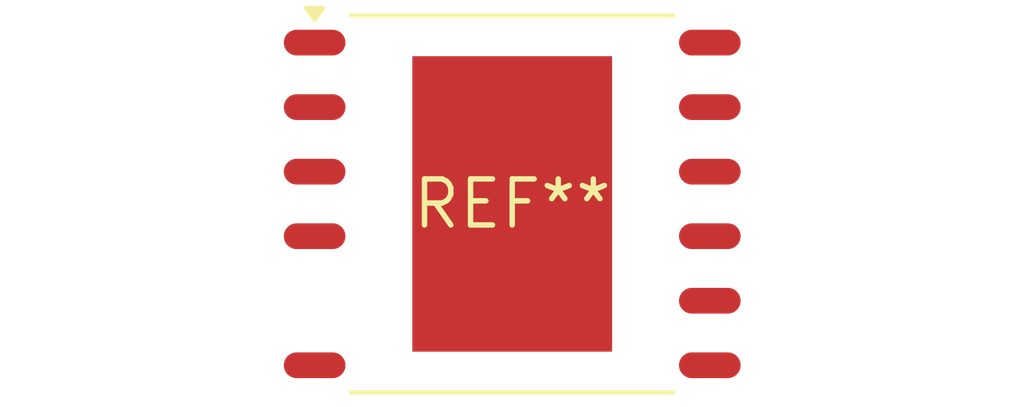
<source format=kicad_pcb>
(kicad_pcb (version 20240108) (generator pcbnew)
  (layers (0 "F.Cu" signal) (31 "B.Cu" signal) (34 "B.Paste" user) (35 "F.Paste" user) (36 "B.SilkS" user "B.Silkscreen") (37 "F.SilkS" user "F.Silkscreen") (38 "B.Mask" user) (39 "F.Mask" user) (44 "Edge.Cuts" user))
  (net 0 "")
  (footprint "PowerIntegrations_eSOP-12B" (layer "F.Cu") (at 0 0)
    (property "Reference" "REF**")
    (property "Value" "PowerIntegrations_eSOP-12B")
    (fp_line (start -4.445 -5.2) (end 4.445 -5.2) (layer "F.SilkS") (stroke (width 0.12)))
    (fp_line (start -4.445 5.2) (end 4.445 5.2) (layer "F.SilkS") (stroke (width 0.12)))
    (fp_poly (pts (xy -5.45 -5.075) (xy -5.21 -5.405) (xy -5.69 -5.405) (xy -5.45 -5.075)) (layer "F.SilkS") (stroke (width 0.12)) (fill solid))
    (pad "1" smd oval (at -5.45 -4.45 270) (size 0.71 1.7) (layers "F.Cu" "F.Paste" "F.Mask"))
    (pad "2" smd oval (at -5.45 -2.67 270) (size 0.71 1.7) (layers "F.Cu" "F.Paste" "F.Mask"))
    (pad "3" smd oval (at -5.45 -0.89 270) (size 0.71 1.7) (layers "F.Cu" "F.Paste" "F.Mask"))
    (pad "4" smd oval (at -5.45 0.89 270) (size 0.71 1.7) (layers "F.Cu" "F.Paste" "F.Mask"))
    (pad "6" smd oval (at -5.45 4.45 270) (size 0.71 1.7) (layers "F.Cu" "F.Paste" "F.Mask"))
    (pad "7" smd oval (at 5.45 4.45 270) (size 0.71 1.7) (layers "F.Cu" "F.Paste" "F.Mask"))
    (pad "8" smd oval (at 5.45 2.67 270) (size 0.71 1.7) (layers "F.Cu" "F.Paste" "F.Mask"))
    (pad "9" smd oval (at 5.45 0.89 270) (size 0.71 1.7) (layers "F.Cu" "F.Paste" "F.Mask"))
    (pad "10" smd oval (at 5.45 -0.89 270) (size 0.71 1.7) (layers "F.Cu" "F.Paste" "F.Mask"))
    (pad "11" smd oval (at 5.45 -2.67 270) (size 0.71 1.7) (layers "F.Cu" "F.Paste" "F.Mask"))
    (pad "12" smd oval (at 5.45 -4.45 270) (size 0.71 1.7) (layers "F.Cu" "F.Paste" "F.Mask"))
    (pad "13" smd rect (at 0 0 270) (size 8.15 5.51) (layers "F.Cu" "F.Paste" "F.Mask"))
  )
)
</source>
